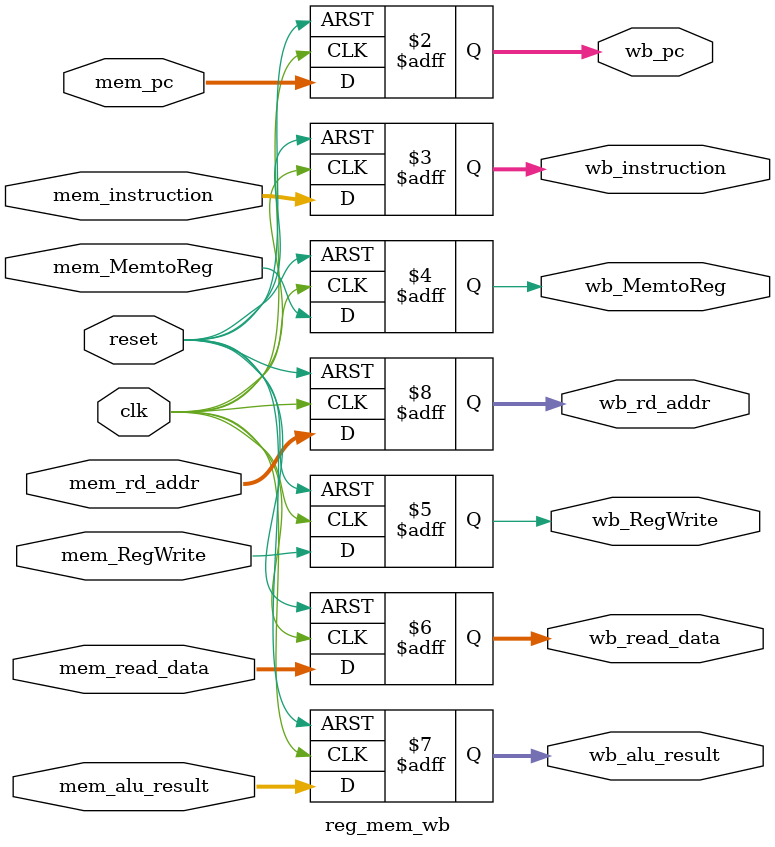
<source format=v>
`timescale 1ns / 1ps

module reg_if_id (
    input clk, input reset,
    input [31:0] if_pc,
    input [31:0] if_instruction,
    output reg [31:0] id_pc,
    output reg [31:0] id_instruction
);
    always @(posedge clk or posedge reset) begin
        if (reset) begin
            id_pc <= 32'h0;
            id_instruction <= 32'h0; // NOP
        end else begin
            id_pc <= if_pc;
            id_instruction <= if_instruction;
        end
    end
endmodule


// --------------------------------------------------------------------
// Módulo: reg_id_ex
// Função: Armazena todos os dados e sinais de controle entre ID e EX.
// --------------------------------------------------------------------
module reg_id_ex (
    input clk, input reset,
    input [31:0] id_pc,
    input [31:0] id_instruction,
    input id_MemtoReg, id_RegWrite, id_MemRead, id_MemWrite, id_ALUSrc,
    input [3:0] id_ALUControl,
    input [31:0] id_rd1, id_rd2,
    input [31:0] id_imm_ext,
    input [4:0]  id_rd_addr,
    
    output reg [31:0] ex_pc,
    output reg [31:0] ex_instruction,
    output reg ex_MemtoReg, ex_RegWrite, ex_MemRead, ex_MemWrite, ex_ALUSrc,
    output reg [3:0]  ex_ALUControl,
    output reg [31:0] ex_rd1, ex_rd2,
    output reg [31:0] ex_imm_ext,
    output reg [4:0]  ex_rd_addr
);
    always @(posedge clk or posedge reset) begin
        if (reset) begin
            {ex_MemtoReg, ex_RegWrite, ex_MemRead, ex_MemWrite, ex_ALUSrc} <= 0;
            ex_ALUControl <= 4'b0; ex_pc <= 0; ex_instruction <= 0; ex_rd1 <= 0;
            ex_rd2 <= 0; ex_imm_ext <= 0; ex_rd_addr <= 0;
        end else begin
            ex_pc<=id_pc; ex_instruction<=id_instruction; ex_MemtoReg<=id_MemtoReg; 
            ex_RegWrite<=id_RegWrite; ex_MemRead<=id_MemRead; ex_MemWrite<=id_MemWrite; 
            ex_ALUControl<=id_ALUControl; ex_ALUSrc<=id_ALUSrc; ex_rd1<=id_rd1; 
            ex_rd2<=id_rd2; ex_imm_ext<=id_imm_ext; ex_rd_addr<=id_rd_addr;
        end
    end
endmodule


// --------------------------------------------------------------------
// Módulo: reg_ex_mem
// Função: Armazena o resultado da ULA e outros sinais entre EX e MEM.
// --------------------------------------------------------------------
module reg_ex_mem(
    input clk, input reset,
    input [31:0] ex_pc,
    input [31:0] ex_instruction,
    input ex_MemtoReg, ex_RegWrite, ex_MemRead, ex_MemWrite,
    input [31:0] ex_alu_result,
    input [31:0] ex_rd2,
    input [4:0]  ex_rd_addr,
    
    output reg [31:0] mem_pc,
    output reg [31:0] mem_instruction,
    output reg mem_MemtoReg, mem_RegWrite, mem_MemRead, mem_MemWrite,
    output reg [31:0] mem_alu_result,
    output reg [31:0] mem_rd2,
    output reg [4:0]  mem_rd_addr
);
    always @(posedge clk or posedge reset) begin
        if (reset) begin
            {mem_MemtoReg, mem_RegWrite, mem_MemRead, mem_MemWrite} <= 0;
            mem_pc <= 0; mem_instruction <= 0; mem_alu_result <= 0;
            mem_rd2 <= 0; mem_rd_addr <= 0;
        end else begin
            mem_pc<=ex_pc; mem_instruction<=ex_instruction; mem_MemtoReg<=ex_MemtoReg; 
            mem_RegWrite<=ex_RegWrite; mem_MemRead<=ex_MemRead; mem_MemWrite<=ex_MemWrite; 
            mem_alu_result<=ex_alu_result; mem_rd2<=ex_rd2; mem_rd_addr<=ex_rd_addr;
        end
    end
endmodule


// --------------------------------------------------------------------
// Módulo: reg_mem_wb
// Função: Armazena o resultado final (da ULA ou da memória) entre MEM e WB.
// --------------------------------------------------------------------
module reg_mem_wb(
    input clk, input reset,
    input [31:0] mem_pc,
    input [31:0] mem_instruction,
    input mem_MemtoReg, mem_RegWrite,
    input [31:0] mem_read_data,
    input [31:0] mem_alu_result,
    input [4:0]  mem_rd_addr,
    
    output reg [31:0] wb_pc,
    output reg [31:0] wb_instruction,
    output reg wb_MemtoReg, wb_RegWrite,
    output reg [31:0] wb_read_data,
    output reg [31:0] wb_alu_result,
    output reg [4:0]  wb_rd_addr
);
    always @(posedge clk or posedge reset) begin
        if (reset) begin
            {wb_MemtoReg, wb_RegWrite} <= 0;
            wb_pc <= 0; wb_instruction <= 0; wb_read_data <= 0;
            wb_alu_result <= 0; wb_rd_addr <= 0;
        end else begin
            wb_pc<=mem_pc; wb_instruction<=mem_instruction; wb_MemtoReg<=mem_MemtoReg; 
            wb_RegWrite<=mem_RegWrite; wb_read_data<=mem_read_data; 
            wb_alu_result<=mem_alu_result; wb_rd_addr<=mem_rd_addr;
        end
    end
endmodule
</source>
